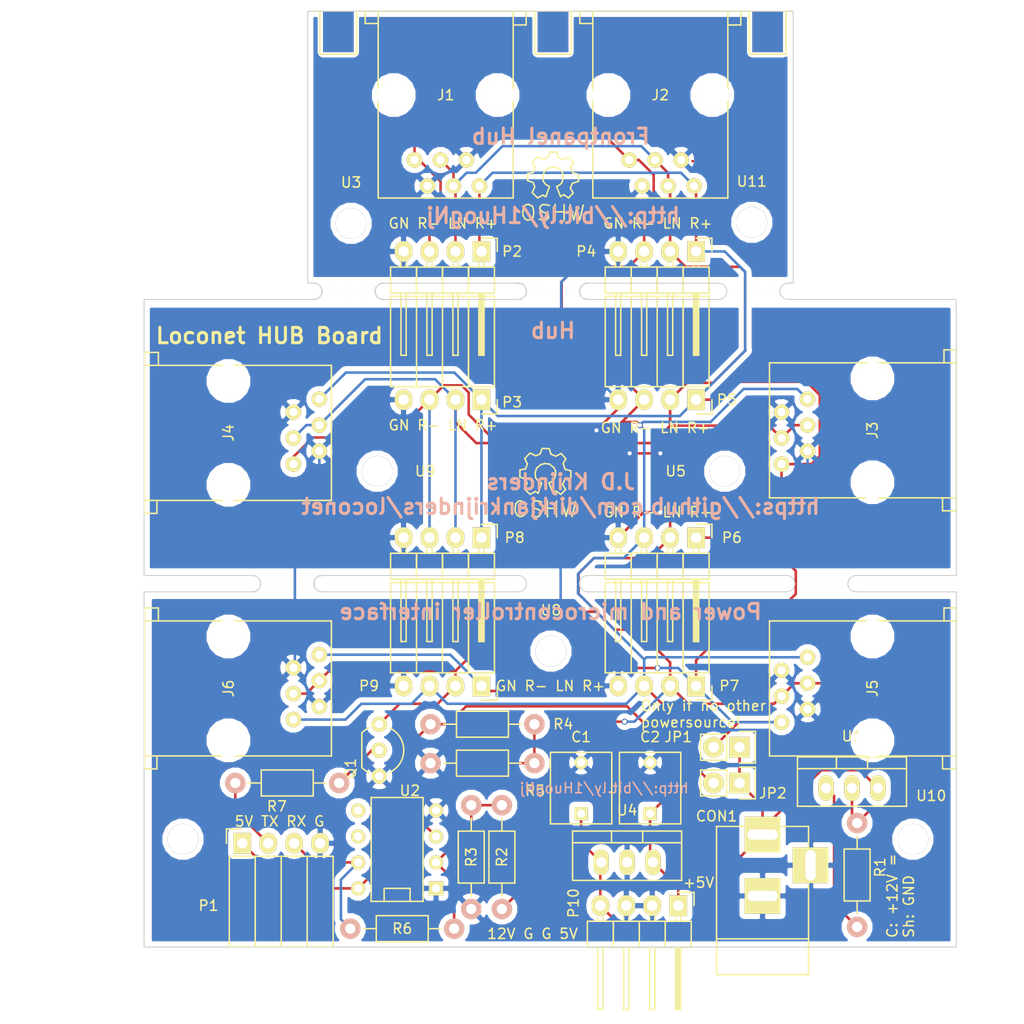
<source format=kicad_pcb>
(kicad_pcb (version 4) (host pcbnew "(2015-05-08 BZR 5647)-product")
  (layers (0 F.Cu signal) (31 B.Cu signal) (34 B.Paste user) (35 F.Paste user) (36 B.SilkS user) (37 F.SilkS user) (38 B.Mask user) (39 F.Mask user) (44 Edge.Cuts user))
  (net 0 "")
  (net 1 Loconet)
  (net 2 GND)
  (net 3 Railsync-)
  (net 4 Railsync+)
  (net 5 +5V)
  (net 6 Loconet_TX)
  (net 7 Loconet_RX)
  (net 8 "Net-(Q1-Pad2)")
  (net 9 "Net-(R2-Pad2)")
  (net 10 "Net-(R4-Pad2)")
  (net 11 "Net-(U2-Pad5)")
  (net 12 "Net-(U2-Pad6)")
  (net 13 +12V)
  (net 14 "Net-(R1-Pad2)")
  (module Housings_TO-92:TO-92_Inline_Wide (layer F.Cu) (at 137 130.75 270)
    (fp_text reference Q1 (at 4.318 2.794 450) (layer F.SilkS))
    (fp_text value BC547)
    (pad 2 thru_hole circle (at 2.54 0) (size 1.524 1.524) (drill 0.8) (layers *.Cu *.Mask F.SilkS) (net 8 "Net-(Q1-Pad2)"))
    (pad 3 thru_hole circle (at 5.08 0) (size 1.524 1.524) (drill 0.8) (layers *.Cu *.Mask F.SilkS) (net 2 GND))
    (pad 1 thru_hole circle (at 0 0) (size 1.524 1.524) (drill 0.8) (layers *.Cu *.Mask F.SilkS) (net 1 Loconet))
  )
  (module Socket_Strips:Socket_Strip_Angled_1x04 (layer F.Cu) (at 123.6 142.4)
    (fp_text reference P1 (at -3.302 6.096) (layer F.SilkS))
    (fp_text value CONN_01X04 hide)
    (pad 1 thru_hole rect (at 0 0) (size 1.7272 2.032) (drill 1.016) (layers *.Cu *.Mask F.SilkS) (net 5 +5V))
    (pad 2 thru_hole oval (at 2.54 0) (size 1.7272 2.032) (drill 1.016) (layers *.Cu *.Mask F.SilkS) (net 6 Loconet_TX))
    (pad 3 thru_hole oval (at 5.08 0) (size 1.7272 2.032) (drill 1.016) (layers *.Cu *.Mask F.SilkS) (net 7 Loconet_RX))
    (pad 4 thru_hole oval (at 7.62 0) (size 1.7272 2.032) (drill 1.016) (layers *.Cu *.Mask F.SilkS) (net 2 GND))
  )
  (module Housings_DIP:DIP-8__300 (layer F.Cu) (at 138.75 143 90)
    (fp_text reference U2 (at 5.75 1.25 180) (layer F.SilkS))
    (fp_text value LM311N)
    (pad 1 thru_hole rect (at -3.81 3.81 90) (size 1.397 1.397) (drill 0.8128) (layers *.Cu *.Mask F.SilkS) (net 2 GND))
    (pad 2 thru_hole circle (at -1.27 3.81 90) (size 1.397 1.397) (drill 0.8128) (layers *.Cu *.Mask F.SilkS) (net 9 "Net-(R2-Pad2)"))
    (pad 3 thru_hole circle (at 1.27 3.81 90) (size 1.397 1.397) (drill 0.8128) (layers *.Cu *.Mask F.SilkS) (net 10 "Net-(R4-Pad2)"))
    (pad 4 thru_hole circle (at 3.81 3.81 90) (size 1.397 1.397) (drill 0.8128) (layers *.Cu *.Mask F.SilkS) (net 2 GND))
    (pad 5 thru_hole circle (at 3.81 -3.81 90) (size 1.397 1.397) (drill 0.8128) (layers *.Cu *.Mask F.SilkS) (net 11 "Net-(U2-Pad5)"))
    (pad 6 thru_hole circle (at 1.27 -3.81 90) (size 1.397 1.397) (drill 0.8128) (layers *.Cu *.Mask F.SilkS) (net 12 "Net-(U2-Pad6)"))
    (pad 7 thru_hole circle (at -1.27 -3.81 90) (size 1.397 1.397) (drill 0.8128) (layers *.Cu *.Mask F.SilkS) (net 7 Loconet_RX))
    (pad 8 thru_hole circle (at -3.81 -3.81 90) (size 1.397 1.397) (drill 0.8128) (layers *.Cu *.Mask F.SilkS) (net 5 +5V))
  )
  (module Connectors:RJ12_horizontal (layer F.Cu) (at 164.5 69.2 180)
    (fp_text reference J2 (at 0 0 180) (layer F.SilkS))
    (fp_text value RJ12)
    (pad 3 thru_hole circle (at -0.762 -8.89 180) (size 1.524 1.524) (drill 0.8128) (layers *.Cu *.Mask F.SilkS) (net 1 Loconet))
    (pad 1 thru_hole circle (at -3.302 -8.89 180) (size 1.524 1.524) (drill 0.8128) (layers *.Cu *.Mask F.SilkS) (net 4 Railsync+))
    (pad 5 thru_hole circle (at 1.778 -8.89 180) (size 1.524 1.524) (drill 0.8128) (layers *.Cu *.Mask F.SilkS) (net 2 GND))
    (pad 2 thru_hole circle (at -2.032 -6.35 180) (size 1.524 1.524) (drill 0.8128) (layers *.Cu *.Mask F.SilkS) (net 2 GND))
    (pad 4 thru_hole circle (at 0.508 -6.35 180) (size 1.524 1.524) (drill 0.8128) (layers *.Cu *.Mask F.SilkS) (net 1 Loconet))
    (pad 6 thru_hole circle (at 3.048 -6.35 180) (size 1.524 1.524) (drill 0.8128) (layers *.Cu *.Mask F.SilkS) (net 3 Railsync-))
    (pad "" np_thru_hole circle (at 5.08 0 180) (size 3.25 3.25) (drill 3.25) (layers *.Cu *.Mask F.SilkS))
    (pad "" np_thru_hole circle (at -5.08 0 180) (size 3.25 3.25) (drill 3.25) (layers *.Cu *.Mask F.SilkS))
  )
  (module Connectors:RJ12_horizontal (layer F.Cu) (at 143.5 69.2 180)
    (fp_text reference J1 (at 0 0 180) (layer F.SilkS))
    (fp_text value RJ12)
    (pad 3 thru_hole circle (at -0.762 -8.89 180) (size 1.524 1.524) (drill 0.8128) (layers *.Cu *.Mask F.SilkS) (net 1 Loconet))
    (pad 1 thru_hole circle (at -3.302 -8.89 180) (size 1.524 1.524) (drill 0.8128) (layers *.Cu *.Mask F.SilkS) (net 4 Railsync+))
    (pad 5 thru_hole circle (at 1.778 -8.89 180) (size 1.524 1.524) (drill 0.8128) (layers *.Cu *.Mask F.SilkS) (net 2 GND))
    (pad 2 thru_hole circle (at -2.032 -6.35 180) (size 1.524 1.524) (drill 0.8128) (layers *.Cu *.Mask F.SilkS) (net 2 GND))
    (pad 4 thru_hole circle (at 0.508 -6.35 180) (size 1.524 1.524) (drill 0.8128) (layers *.Cu *.Mask F.SilkS) (net 1 Loconet))
    (pad 6 thru_hole circle (at 3.048 -6.35 180) (size 1.524 1.524) (drill 0.8128) (layers *.Cu *.Mask F.SilkS) (net 3 Railsync-))
    (pad "" np_thru_hole circle (at 5.08 0 180) (size 3.25 3.25) (drill 3.25) (layers *.Cu *.Mask F.SilkS))
    (pad "" np_thru_hole circle (at -5.08 0 180) (size 3.25 3.25) (drill 3.25) (layers *.Cu *.Mask F.SilkS))
  )
  (module Connectors:RJ12_horizontal (layer F.Cu) (at 185.25 102 90)
    (fp_text reference J3 (at 0 0 90) (layer F.SilkS))
    (fp_text value RJ12)
    (pad 3 thru_hole circle (at -0.762 -8.89 90) (size 1.524 1.524) (drill 0.8128) (layers *.Cu *.Mask F.SilkS) (net 1 Loconet))
    (pad 1 thru_hole circle (at -3.302 -8.89 90) (size 1.524 1.524) (drill 0.8128) (layers *.Cu *.Mask F.SilkS) (net 4 Railsync+))
    (pad 5 thru_hole circle (at 1.778 -8.89 90) (size 1.524 1.524) (drill 0.8128) (layers *.Cu *.Mask F.SilkS) (net 2 GND))
    (pad 2 thru_hole circle (at -2.032 -6.35 90) (size 1.524 1.524) (drill 0.8128) (layers *.Cu *.Mask F.SilkS) (net 2 GND))
    (pad 4 thru_hole circle (at 0.508 -6.35 90) (size 1.524 1.524) (drill 0.8128) (layers *.Cu *.Mask F.SilkS) (net 1 Loconet))
    (pad 6 thru_hole circle (at 3.048 -6.35 90) (size 1.524 1.524) (drill 0.8128) (layers *.Cu *.Mask F.SilkS) (net 3 Railsync-))
    (pad "" np_thru_hole circle (at 5.08 0 90) (size 3.25 3.25) (drill 3.25) (layers *.Cu *.Mask F.SilkS))
    (pad "" np_thru_hole circle (at -5.08 0 90) (size 3.25 3.25) (drill 3.25) (layers *.Cu *.Mask F.SilkS))
  )
  (module Connectors:RJ12_horizontal (layer F.Cu) (at 122.25 102.25 270)
    (fp_text reference J4 (at 0 0 270) (layer F.SilkS))
    (fp_text value RJ12)
    (pad 3 thru_hole circle (at -0.762 -8.89 270) (size 1.524 1.524) (drill 0.8128) (layers *.Cu *.Mask F.SilkS) (net 1 Loconet))
    (pad 1 thru_hole circle (at -3.302 -8.89 270) (size 1.524 1.524) (drill 0.8128) (layers *.Cu *.Mask F.SilkS) (net 4 Railsync+))
    (pad 5 thru_hole circle (at 1.778 -8.89 270) (size 1.524 1.524) (drill 0.8128) (layers *.Cu *.Mask F.SilkS) (net 2 GND))
    (pad 2 thru_hole circle (at -2.032 -6.35 270) (size 1.524 1.524) (drill 0.8128) (layers *.Cu *.Mask F.SilkS) (net 2 GND))
    (pad 4 thru_hole circle (at 0.508 -6.35 270) (size 1.524 1.524) (drill 0.8128) (layers *.Cu *.Mask F.SilkS) (net 1 Loconet))
    (pad 6 thru_hole circle (at 3.048 -6.35 270) (size 1.524 1.524) (drill 0.8128) (layers *.Cu *.Mask F.SilkS) (net 3 Railsync-))
    (pad "" np_thru_hole circle (at 5.08 0 270) (size 3.25 3.25) (drill 3.25) (layers *.Cu *.Mask F.SilkS))
    (pad "" np_thru_hole circle (at -5.08 0 270) (size 3.25 3.25) (drill 3.25) (layers *.Cu *.Mask F.SilkS))
  )
  (module Resistors_ThroughHole:Resistor_Horizontal_RM10mm (layer F.Cu) (at 149 143.75 90)
    (fp_text reference R2 (at 0 0 90) (layer F.SilkS))
    (fp_text value 47k)
    (pad 1 thru_hole circle (at -5.08 0 90) (size 1.99898 1.99898) (drill 1.00076) (layers *.Cu *.SilkS *.Mask) (net 1 Loconet))
    (pad 2 thru_hole circle (at 5.08 0 90) (size 1.99898 1.99898) (drill 1.00076) (layers *.Cu *.SilkS *.Mask) (net 9 "Net-(R2-Pad2)"))
  )
  (module Resistors_ThroughHole:Resistor_Horizontal_RM10mm (layer F.Cu) (at 146 143.75 270)
    (fp_text reference R3 (at 0 0 270) (layer F.SilkS))
    (fp_text value 150k)
    (pad 1 thru_hole circle (at -5.08 0 270) (size 1.99898 1.99898) (drill 1.00076) (layers *.Cu *.SilkS *.Mask) (net 9 "Net-(R2-Pad2)"))
    (pad 2 thru_hole circle (at 5.08 0 270) (size 1.99898 1.99898) (drill 1.00076) (layers *.Cu *.SilkS *.Mask) (net 2 GND))
  )
  (module Resistors_ThroughHole:Resistor_Horizontal_RM10mm (layer F.Cu) (at 147.098 130.75)
    (fp_text reference R4 (at 7.902 0) (layer F.SilkS))
    (fp_text value 10k)
    (pad 1 thru_hole circle (at -5.08 0) (size 1.99898 1.99898) (drill 1.00076) (layers *.Cu *.SilkS *.Mask) (net 5 +5V))
    (pad 2 thru_hole circle (at 5.08 0) (size 1.99898 1.99898) (drill 1.00076) (layers *.Cu *.SilkS *.Mask) (net 10 "Net-(R4-Pad2)"))
  )
  (module Resistors_ThroughHole:Resistor_Horizontal_RM10mm (layer F.Cu) (at 147.098 134.56 180)
    (fp_text reference R5 (at -5.152 -2.69 180) (layer F.SilkS))
    (fp_text value 22k)
    (pad 1 thru_hole circle (at -5.08 0 180) (size 1.99898 1.99898) (drill 1.00076) (layers *.Cu *.SilkS *.Mask) (net 10 "Net-(R4-Pad2)"))
    (pad 2 thru_hole circle (at 5.08 0 180) (size 1.99898 1.99898) (drill 1.00076) (layers *.Cu *.SilkS *.Mask) (net 2 GND))
  )
  (module Resistors_ThroughHole:Resistor_Horizontal_RM10mm (layer F.Cu) (at 139.25 150.75)
    (fp_text reference R6 (at 0 0) (layer F.SilkS))
    (fp_text value 220k)
    (pad 1 thru_hole circle (at -5.08 0) (size 1.99898 1.99898) (drill 1.00076) (layers *.Cu *.SilkS *.Mask) (net 7 Loconet_RX))
    (pad 2 thru_hole circle (at 5.08 0) (size 1.99898 1.99898) (drill 1.00076) (layers *.Cu *.SilkS *.Mask) (net 9 "Net-(R2-Pad2)"))
  )
  (module Resistors_ThroughHole:Resistor_Horizontal_RM10mm (layer F.Cu) (at 128 136.5)
    (fp_text reference R7 (at -1.016 2.286) (layer F.SilkS))
    (fp_text value 4k7)
    (pad 1 thru_hole circle (at -5.08 0) (size 1.99898 1.99898) (drill 1.00076) (layers *.Cu *.SilkS *.Mask) (net 6 Loconet_TX))
    (pad 2 thru_hole circle (at 5.08 0) (size 1.99898 1.99898) (drill 1.00076) (layers *.Cu *.SilkS *.Mask) (net 8 "Net-(Q1-Pad2)"))
  )
  (module Connectors:RJ12_horizontal (layer F.Cu) (at 185.25 127.25 90)
    (fp_text reference J5 (at 0 0 90) (layer F.SilkS))
    (fp_text value RJ12)
    (pad 3 thru_hole circle (at -0.762 -8.89 90) (size 1.524 1.524) (drill 0.8128) (layers *.Cu *.Mask F.SilkS) (net 1 Loconet))
    (pad 1 thru_hole circle (at -3.302 -8.89 90) (size 1.524 1.524) (drill 0.8128) (layers *.Cu *.Mask F.SilkS) (net 4 Railsync+))
    (pad 5 thru_hole circle (at 1.778 -8.89 90) (size 1.524 1.524) (drill 0.8128) (layers *.Cu *.Mask F.SilkS) (net 2 GND))
    (pad 2 thru_hole circle (at -2.032 -6.35 90) (size 1.524 1.524) (drill 0.8128) (layers *.Cu *.Mask F.SilkS) (net 2 GND))
    (pad 4 thru_hole circle (at 0.508 -6.35 90) (size 1.524 1.524) (drill 0.8128) (layers *.Cu *.Mask F.SilkS) (net 1 Loconet))
    (pad 6 thru_hole circle (at 3.048 -6.35 90) (size 1.524 1.524) (drill 0.8128) (layers *.Cu *.Mask F.SilkS) (net 3 Railsync-))
    (pad "" np_thru_hole circle (at 5.08 0 90) (size 3.25 3.25) (drill 3.25) (layers *.Cu *.Mask F.SilkS))
    (pad "" np_thru_hole circle (at -5.08 0 90) (size 3.25 3.25) (drill 3.25) (layers *.Cu *.Mask F.SilkS))
  )
  (module Connectors:RJ12_horizontal (layer F.Cu) (at 122.25 127.25 270)
    (fp_text reference J6 (at 0 0 270) (layer F.SilkS))
    (fp_text value RJ12)
    (pad 3 thru_hole circle (at -0.762 -8.89 270) (size 1.524 1.524) (drill 0.8128) (layers *.Cu *.Mask F.SilkS) (net 1 Loconet))
    (pad 1 thru_hole circle (at -3.302 -8.89 270) (size 1.524 1.524) (drill 0.8128) (layers *.Cu *.Mask F.SilkS) (net 4 Railsync+))
    (pad 5 thru_hole circle (at 1.778 -8.89 270) (size 1.524 1.524) (drill 0.8128) (layers *.Cu *.Mask F.SilkS) (net 2 GND))
    (pad 2 thru_hole circle (at -2.032 -6.35 270) (size 1.524 1.524) (drill 0.8128) (layers *.Cu *.Mask F.SilkS) (net 2 GND))
    (pad 4 thru_hole circle (at 0.508 -6.35 270) (size 1.524 1.524) (drill 0.8128) (layers *.Cu *.Mask F.SilkS) (net 1 Loconet))
    (pad 6 thru_hole circle (at 3.048 -6.35 270) (size 1.524 1.524) (drill 0.8128) (layers *.Cu *.Mask F.SilkS) (net 3 Railsync-))
    (pad "" np_thru_hole circle (at 5.08 0 270) (size 3.25 3.25) (drill 3.25) (layers *.Cu *.Mask F.SilkS))
    (pad "" np_thru_hole circle (at -5.08 0 270) (size 3.25 3.25) (drill 3.25) (layers *.Cu *.Mask F.SilkS))
  )
  (module Mounting_Holes:MountingHole_3mm (layer F.Cu) (at 134.25 81.75)
    (fp_text reference U3 (at 0 -4.0005) (layer F.SilkS))
    (fp_text value M3_Mounting_hole hide)
    (pad 1 thru_hole circle (at 0 0) (size 3 3) (drill 3) (layers))
  )
  (module Mounting_Holes:MountingHole_3mm (layer F.Cu) (at 170.8 106)
    (fp_text reference U5 (at -4.8 0) (layer F.SilkS))
    (fp_text value M3_Mounting_hole hide)
    (pad 1 thru_hole circle (at 0 0) (size 3 3) (drill 3) (layers))
  )
  (module Mounting_Holes:MountingHole_3mm (layer F.Cu) (at 153.8 123.6)
    (fp_text reference U8 (at 0 -4.0005) (layer F.SilkS))
    (fp_text value M3_Mounting_hole hide)
    (pad 1 thru_hole circle (at 0 0) (size 3 3) (drill 3) (layers))
  )
  (module Mounting_Holes:MountingHole_3mm (layer F.Cu) (at 136.8 106)
    (fp_text reference U9 (at 4.7 0) (layer F.SilkS))
    (fp_text value M3_Mounting_hole hide)
    (pad 1 thru_hole circle (at 0 0) (size 3 3) (drill 3) (layers))
  )
  (module Mounting_Holes:MountingHole_3mm (layer F.Cu) (at 189.2 142)
    (fp_text reference U10 (at 1.8 -4.25) (layer F.SilkS))
    (fp_text value M3_Mounting_hole hide)
    (pad 1 thru_hole circle (at 0 0) (size 3 3) (drill 3) (layers))
  )
  (module Mounting_Holes:MountingHole_3mm (layer F.Cu) (at 173.45 81.65)
    (fp_text reference U11 (at 0 -4.0005) (layer F.SilkS))
    (fp_text value M3_Mounting_hole hide)
    (pad 1 thru_hole circle (at 0 0) (size 3 3) (drill 3) (layers))
  )
  (module Connectors:Solder_board_connect_3x3 (layer F.Cu) (at 154 61)
    (fp_text reference REF** hide)
    (fp_text value Solder_board_connect_3x3 hide)
    (pad 1 smd rect (at 0 2) (size 3 4) (layers B.Cu B.Paste B.Mask))
    (pad 2 smd rect (at 0 2) (size 3 4) (layers F.Cu F.Paste F.Mask))
  )
  (module Connectors:Solder_board_connect_3x3 (layer F.Cu) (at 133 61)
    (fp_text reference REF** hide)
    (fp_text value Solder_board_connect_3x3 hide)
    (pad 1 smd rect (at 0 2) (size 3 4) (layers B.Cu B.Paste B.Mask))
    (pad 2 smd rect (at 0 2) (size 3 4) (layers F.Cu F.Paste F.Mask))
  )
  (module Connectors:Solder_board_connect_3x3 (layer F.Cu) (at 175 61)
    (fp_text reference REF** hide)
    (fp_text value Solder_board_connect_3x3 hide)
    (pad 1 smd rect (at 0 2) (size 3 4) (layers B.Cu B.Paste B.Mask))
    (pad 2 smd rect (at 0 2) (size 3 4) (layers F.Cu F.Paste F.Mask))
  )
  (module Pin_Headers:Pin_Header_Angled_1x04 (layer F.Cu) (at 147 84.5 270)
    (fp_text reference P2 (at 0 -3 360) (layer F.SilkS))
    (fp_text value CONN_01X04 hide)
    (pad 1 thru_hole rect (at 0 0 270) (size 2.032 1.7272) (drill 1.016) (layers *.Cu *.Mask F.SilkS) (net 4 Railsync+))
    (pad 2 thru_hole oval (at 0 2.54 270) (size 2.032 1.7272) (drill 1.016) (layers *.Cu *.Mask F.SilkS) (net 1 Loconet))
    (pad 3 thru_hole oval (at 0 5.08 270) (size 2.032 1.7272) (drill 1.016) (layers *.Cu *.Mask F.SilkS) (net 3 Railsync-))
    (pad 4 thru_hole oval (at 0 7.62 270) (size 2.032 1.7272) (drill 1.016) (layers *.Cu *.Mask F.SilkS) (net 2 GND))
  )
  (module Socket_Strips:Socket_Strip_Angled_1x04 (layer F.Cu) (at 147 99 180)
    (fp_text reference P3 (at -3 -0.25 180) (layer F.SilkS))
    (fp_text value CONN_01X04 hide)
    (pad 1 thru_hole rect (at 0 0 180) (size 1.7272 2.032) (drill 1.016) (layers *.Cu *.Mask F.SilkS) (net 4 Railsync+))
    (pad 2 thru_hole oval (at 2.54 0 180) (size 1.7272 2.032) (drill 1.016) (layers *.Cu *.Mask F.SilkS) (net 1 Loconet))
    (pad 3 thru_hole oval (at 5.08 0 180) (size 1.7272 2.032) (drill 1.016) (layers *.Cu *.Mask F.SilkS) (net 3 Railsync-))
    (pad 4 thru_hole oval (at 7.62 0 180) (size 1.7272 2.032) (drill 1.016) (layers *.Cu *.Mask F.SilkS) (net 2 GND))
  )
  (module Pin_Headers:Pin_Header_Angled_1x04 (layer F.Cu) (at 168 84.5 270)
    (fp_text reference P4 (at 0 10.75 360) (layer F.SilkS))
    (fp_text value CONN_01X04 hide)
    (pad 1 thru_hole rect (at 0 0 270) (size 2.032 1.7272) (drill 1.016) (layers *.Cu *.Mask F.SilkS) (net 4 Railsync+))
    (pad 2 thru_hole oval (at 0 2.54 270) (size 2.032 1.7272) (drill 1.016) (layers *.Cu *.Mask F.SilkS) (net 1 Loconet))
    (pad 3 thru_hole oval (at 0 5.08 270) (size 2.032 1.7272) (drill 1.016) (layers *.Cu *.Mask F.SilkS) (net 3 Railsync-))
    (pad 4 thru_hole oval (at 0 7.62 270) (size 2.032 1.7272) (drill 1.016) (layers *.Cu *.Mask F.SilkS) (net 2 GND))
  )
  (module Socket_Strips:Socket_Strip_Angled_1x04 (layer F.Cu) (at 168 99 180)
    (fp_text reference P5 (at -3 0 180) (layer F.SilkS))
    (fp_text value CONN_01X04 hide)
    (pad 1 thru_hole rect (at 0 0 180) (size 1.7272 2.032) (drill 1.016) (layers *.Cu *.Mask F.SilkS) (net 4 Railsync+))
    (pad 2 thru_hole oval (at 2.54 0 180) (size 1.7272 2.032) (drill 1.016) (layers *.Cu *.Mask F.SilkS) (net 1 Loconet))
    (pad 3 thru_hole oval (at 5.08 0 180) (size 1.7272 2.032) (drill 1.016) (layers *.Cu *.Mask F.SilkS) (net 3 Railsync-))
    (pad 4 thru_hole oval (at 7.62 0 180) (size 1.7272 2.032) (drill 1.016) (layers *.Cu *.Mask F.SilkS) (net 2 GND))
  )
  (module Other:Mousebite (layer F.Cu) (at 154 88.4)
    (fp_text reference REF** hide)
    (fp_text value Mousebite hide)
    (fp_arc (start -3.4 0) (end -3.4 -0.8) (angle 90) (layer Edge.Cuts) (width 0.15))
    (fp_arc (start -3.4 0) (end -2.6 0) (angle 90) (layer Edge.Cuts) (width 0.15))
    (fp_arc (start 3.4 0) (end 3.4 0.8) (angle 90) (layer Edge.Cuts) (width 0.15))
    (fp_arc (start 3.4 0) (end 2.6 0) (angle 90) (layer Edge.Cuts) (width 0.15))
    (pad "" np_thru_hole circle (at -1.6 0) (size 1 1) (drill 1) (layers *.Cu *.Mask F.SilkS))
    (pad "" np_thru_hole circle (at 0 0) (size 1 1) (drill 1) (layers *.Cu *.Mask F.SilkS))
    (pad "" np_thru_hole circle (at 1.6 0) (size 1 1) (drill 1) (layers *.Cu *.Mask F.SilkS))
  )
  (module Other:Mousebite (layer F.Cu) (at 134 88.4)
    (fp_text reference REF** hide)
    (fp_text value Mousebite hide)
    (fp_arc (start -3.4 0) (end -3.4 -0.8) (angle 90) (layer Edge.Cuts) (width 0.15))
    (fp_arc (start -3.4 0) (end -2.6 0) (angle 90) (layer Edge.Cuts) (width 0.15))
    (fp_arc (start 3.4 0) (end 3.4 0.8) (angle 90) (layer Edge.Cuts) (width 0.15))
    (fp_arc (start 3.4 0) (end 2.6 0) (angle 90) (layer Edge.Cuts) (width 0.15))
    (pad "" np_thru_hole circle (at -1.6 0) (size 1 1) (drill 1) (layers *.Cu *.Mask F.SilkS))
    (pad "" np_thru_hole circle (at 0 0) (size 1 1) (drill 1) (layers *.Cu *.Mask F.SilkS))
    (pad "" np_thru_hole circle (at 1.6 0) (size 1 1) (drill 1) (layers *.Cu *.Mask F.SilkS))
  )
  (module Pin_Headers:Pin_Header_Angled_1x04 (layer F.Cu) (at 168 112.5 270)
    (fp_text reference P6 (at 0 -3.5 360) (layer F.SilkS))
    (fp_text value CONN_01X04 hide)
    (pad 1 thru_hole rect (at 0 0 270) (size 2.032 1.7272) (drill 1.016) (layers *.Cu *.Mask F.SilkS) (net 4 Railsync+))
    (pad 2 thru_hole oval (at 0 2.54 270) (size 2.032 1.7272) (drill 1.016) (layers *.Cu *.Mask F.SilkS) (net 1 Loconet))
    (pad 3 thru_hole oval (at 0 5.08 270) (size 2.032 1.7272) (drill 1.016) (layers *.Cu *.Mask F.SilkS) (net 3 Railsync-))
    (pad 4 thru_hole oval (at 0 7.62 270) (size 2.032 1.7272) (drill 1.016) (layers *.Cu *.Mask F.SilkS) (net 2 GND))
  )
  (module Socket_Strips:Socket_Strip_Angled_1x04 (layer F.Cu) (at 168 127 180)
    (fp_text reference P7 (at -3.25 0 180) (layer F.SilkS))
    (fp_text value CONN_01X04 hide)
    (pad 1 thru_hole rect (at 0 0 180) (size 1.7272 2.032) (drill 1.016) (layers *.Cu *.Mask F.SilkS) (net 4 Railsync+))
    (pad 2 thru_hole oval (at 2.54 0 180) (size 1.7272 2.032) (drill 1.016) (layers *.Cu *.Mask F.SilkS) (net 1 Loconet))
    (pad 3 thru_hole oval (at 5.08 0 180) (size 1.7272 2.032) (drill 1.016) (layers *.Cu *.Mask F.SilkS) (net 3 Railsync-))
    (pad 4 thru_hole oval (at 7.62 0 180) (size 1.7272 2.032) (drill 1.016) (layers *.Cu *.Mask F.SilkS) (net 2 GND))
  )
  (module Pin_Headers:Pin_Header_Angled_1x04 (layer F.Cu) (at 147 112.5 270)
    (fp_text reference P8 (at 0 -3.25 360) (layer F.SilkS))
    (fp_text value CONN_01X04 hide)
    (pad 1 thru_hole rect (at 0 0 270) (size 2.032 1.7272) (drill 1.016) (layers *.Cu *.Mask F.SilkS) (net 4 Railsync+))
    (pad 2 thru_hole oval (at 0 2.54 270) (size 2.032 1.7272) (drill 1.016) (layers *.Cu *.Mask F.SilkS) (net 1 Loconet))
    (pad 3 thru_hole oval (at 0 5.08 270) (size 2.032 1.7272) (drill 1.016) (layers *.Cu *.Mask F.SilkS) (net 3 Railsync-))
    (pad 4 thru_hole oval (at 0 7.62 270) (size 2.032 1.7272) (drill 1.016) (layers *.Cu *.Mask F.SilkS) (net 2 GND))
  )
  (module Socket_Strips:Socket_Strip_Angled_1x04 (layer F.Cu) (at 147 127 180)
    (fp_text reference P9 (at 11 0 180) (layer F.SilkS))
    (fp_text value CONN_01X04 hide)
    (pad 1 thru_hole rect (at 0 0 180) (size 1.7272 2.032) (drill 1.016) (layers *.Cu *.Mask F.SilkS) (net 4 Railsync+))
    (pad 2 thru_hole oval (at 2.54 0 180) (size 1.7272 2.032) (drill 1.016) (layers *.Cu *.Mask F.SilkS) (net 1 Loconet))
    (pad 3 thru_hole oval (at 5.08 0 180) (size 1.7272 2.032) (drill 1.016) (layers *.Cu *.Mask F.SilkS) (net 3 Railsync-))
    (pad 4 thru_hole oval (at 7.62 0 180) (size 1.7272 2.032) (drill 1.016) (layers *.Cu *.Mask F.SilkS) (net 2 GND))
  )
  (module Other:Mousebite (layer F.Cu) (at 128 117)
    (fp_text reference REF** hide)
    (fp_text value Mousebite hide)
    (fp_arc (start -3.4 0) (end -3.4 -0.8) (angle 90) (layer Edge.Cuts) (width 0.15))
    (fp_arc (start -3.4 0) (end -2.6 0) (angle 90) (layer Edge.Cuts) (width 0.15))
    (fp_arc (start 3.4 0) (end 3.4 0.8) (angle 90) (layer Edge.Cuts) (width 0.15))
    (fp_arc (start 3.4 0) (end 2.6 0) (angle 90) (layer Edge.Cuts) (width 0.15))
    (pad "" np_thru_hole circle (at -1.6 0) (size 1 1) (drill 1) (layers *.Cu *.Mask F.SilkS))
    (pad "" np_thru_hole circle (at 0 0) (size 1 1) (drill 1) (layers *.Cu *.Mask F.SilkS))
    (pad "" np_thru_hole circle (at 1.6 0) (size 1 1) (drill 1) (layers *.Cu *.Mask F.SilkS))
  )
  (module Other:Mousebite (layer F.Cu) (at 173.6 88.4)
    (fp_text reference REF** hide)
    (fp_text value Mousebite hide)
    (fp_arc (start -3.4 0) (end -3.4 -0.8) (angle 90) (layer Edge.Cuts) (width 0.1))
    (fp_arc (start -3.4 0) (end -2.6 0) (angle 90) (layer Edge.Cuts) (width 0.1))
    (fp_arc (start 3.4 0) (end 3.4 0.8) (angle 90) (layer Edge.Cuts) (width 0.1))
    (fp_arc (start 3.4 0) (end 2.6 0) (angle 90) (layer Edge.Cuts) (width 0.1))
    (pad "" np_thru_hole circle (at -1.6 0) (size 1 1) (drill 1) (layers *.Cu *.Mask F.SilkS))
    (pad "" np_thru_hole circle (at 0 0) (size 1 1) (drill 1) (layers *.Cu *.Mask F.SilkS))
    (pad "" np_thru_hole circle (at 1.6 0) (size 1 1) (drill 1) (layers *.Cu *.Mask F.SilkS))
  )
  (module Other:Mousebite (layer F.Cu) (at 154 117)
    (fp_text reference REF** hide)
    (fp_text value Mousebite hide)
    (fp_arc (start -3.4 0) (end -3.4 -0.8) (angle 90) (layer Edge.Cuts) (width 0.1))
    (fp_arc (start -3.4 0) (end -2.6 0) (angle 90) (layer Edge.Cuts) (width 0.1))
    (fp_arc (start 3.4 0) (end 3.4 0.8) (angle 90) (layer Edge.Cuts) (width 0.1))
    (fp_arc (start 3.4 0) (end 2.6 0) (angle 90) (layer Edge.Cuts) (width 0.1))
    (pad "" np_thru_hole circle (at -1.6 0) (size 1 1) (drill 1) (layers *.Cu *.Mask F.SilkS))
    (pad "" np_thru_hole circle (at 0 0) (size 1 1) (drill 1) (layers *.Cu *.Mask F.SilkS))
    (pad "" np_thru_hole circle (at 1.6 0) (size 1 1) (drill 1) (layers *.Cu *.Mask F.SilkS))
  )
  (module Other:Mousebite (layer F.Cu) (at 180.25 117)
    (fp_text reference REF** hide)
    (fp_text value Mousebite hide)
    (fp_arc (start -3.4 0) (end -3.4 -0.8) (angle 90) (layer Edge.Cuts) (width 0.1))
    (fp_arc (start -3.4 0) (end -2.6 0) (angle 90) (layer Edge.Cuts) (width 0.1))
    (fp_arc (start 3.4 0) (end 3.4 0.8) (angle 90) (layer Edge.Cuts) (width 0.1))
    (fp_arc (start 3.4 0) (end 2.6 0) (angle 90) (layer Edge.Cuts) (width 0.1))
    (pad "" np_thru_hole circle (at -1.6 0) (size 1 1) (drill 1) (layers *.Cu *.Mask F.SilkS))
    (pad "" np_thru_hole circle (at 0 0) (size 1 1) (drill 1) (layers *.Cu *.Mask F.SilkS))
    (pad "" np_thru_hole circle (at 1.6 0) (size 1 1) (drill 1) (layers *.Cu *.Mask F.SilkS))
  )
  (module Mounting_Holes:MountingHole_3mm (layer F.Cu) (at 117.8 142)
    (fp_text reference REF** hide)
    (fp_text value MountingHole_3mm hide)
    (pad 1 thru_hole circle (at 0 0) (size 3 3) (drill 3) (layers))
  )
  (module Capacitors_ThroughHole:C_Rect_L7_W6_P5 (layer F.Cu) (at 156.75 139.5 90)
    (fp_text reference C1 (at 7.5 0 180) (layer F.SilkS))
    (fp_text value C)
    (pad 1 thru_hole rect (at 0 0 90) (size 1.3 1.3) (drill 0.8) (layers *.Cu *.Mask F.SilkS) (net 13 +12V))
    (pad 2 thru_hole circle (at 5 0 90) (size 1.3 1.3) (drill 0.8) (layers *.Cu *.Mask F.SilkS) (net 2 GND))
  )
  (module Capacitors_ThroughHole:C_Rect_L7_W6_P5 (layer F.Cu) (at 163.5 139.5 90)
    (fp_text reference C2 (at 7.5 0 180) (layer F.SilkS))
    (fp_text value C)
    (pad 1 thru_hole rect (at 0 0 90) (size 1.3 1.3) (drill 0.8) (layers *.Cu *.Mask F.SilkS) (net 5 +5V))
    (pad 2 thru_hole circle (at 5 0 90) (size 1.3 1.3) (drill 0.8) (layers *.Cu *.Mask F.SilkS) (net 2 GND))
  )
  (module Connect:BARREL_JACK (layer F.Cu) (at 174.5 147.75 90)
    (fp_text reference CON1 (at 8 -4.5 180) (layer F.SilkS))
    (fp_text value BARREL_JACK hide)
    (pad 1 thru_hole rect (at 6.20014 0 90) (size 3.50012 3.50012) (drill oval 1.00076 2.99974) (layers *.Cu *.Mask F.SilkS) (net 13 +12V))
    (pad 2 thru_hole rect (at 0.20066 0 90) (size 3.50012 3.50012) (drill oval 1.00076 2.99974) (layers *.Cu *.Mask F.SilkS) (net 2 GND))
    (pad 3 thru_hole rect (at 3.2004 4.699 90) (size 3.50012 3.50012) (drill oval 2.99974 1.00076) (layers *.Cu *.Mask F.SilkS) (net 2 GND))
  )
  (module Pin_Headers:Pin_Header_Straight_1x02 (layer F.Cu) (at 172.25 133 270)
    (fp_text reference JP1 (at -1 6 360) (layer F.SilkS))
    (fp_text value JUMPER hide)
    (pad 1 thru_hole rect (at 0 0 270) (size 2.032 2.032) (drill 1.016) (layers *.Cu *.Mask F.SilkS) (net 13 +12V))
    (pad 2 thru_hole oval (at 0 2.54 270) (size 2.032 2.032) (drill 1.016) (layers *.Cu *.Mask F.SilkS) (net 4 Railsync+))
  )
  (module Pin_Headers:Pin_Header_Angled_1x04 (layer F.Cu) (at 166.25 148.5 270)
    (fp_text reference P10 (at -0.25 10.25 270) (layer F.SilkS))
    (fp_text value CONN_01X04 hide)
    (pad 1 thru_hole rect (at 0 0 270) (size 2.032 1.7272) (drill 1.016) (layers *.Cu *.Mask F.SilkS) (net 5 +5V))
    (pad 2 thru_hole oval (at 0 2.54 270) (size 2.032 1.7272) (drill 1.016) (layers *.Cu *.Mask F.SilkS) (net 2 GND))
    (pad 3 thru_hole oval (at 0 5.08 270) (size 2.032 1.7272) (drill 1.016) (layers *.Cu *.Mask F.SilkS) (net 2 GND))
    (pad 4 thru_hole oval (at 0 7.62 270) (size 2.032 1.7272) (drill 1.016) (layers *.Cu *.Mask F.SilkS) (net 13 +12V))
  )
  (module Resistors_ThroughHole:Resistor_Horizontal_RM10mm (layer F.Cu) (at 183.75 145.5 270)
    (fp_text reference R1 (at -0.75 -2.25 270) (layer F.SilkS))
    (fp_text value 82R)
    (pad 1 thru_hole circle (at -5.08 0 270) (size 1.99898 1.99898) (drill 1.00076) (layers *.Cu *.SilkS *.Mask) (net 1 Loconet))
    (pad 2 thru_hole circle (at 5.08 0 270) (size 1.99898 1.99898) (drill 1.00076) (layers *.Cu *.SilkS *.Mask) (net 14 "Net-(R1-Pad2)"))
  )
  (module Transistors_TO-220:TO-220_Neutral123_Vertical (layer F.Cu) (at 183.25 137)
    (fp_text reference U1 (at 0 -5.08) (layer F.SilkS))
    (fp_text value LM317AT)
    (pad 2 thru_hole oval (at 0 0 90) (size 2.49936 1.50114) (drill 1.00076) (layers *.Cu *.Mask F.SilkS) (net 1 Loconet))
    (pad 1 thru_hole oval (at -2.54 0 90) (size 2.49936 1.50114) (drill 1.00076) (layers *.Cu *.Mask F.SilkS) (net 14 "Net-(R1-Pad2)"))
    (pad 3 thru_hole oval (at 2.54 0 90) (size 2.49936 1.50114) (drill 1.00076) (layers *.Cu *.Mask F.SilkS) (net 13 +12V))
  )
  (module Transistors_TO-220:TO-220_Neutral123_Vertical (layer F.Cu) (at 161.25 144.25)
    (fp_text reference U4 (at 0 -5.08) (layer F.SilkS))
    (fp_text value LM7805CT)
    (pad 2 thru_hole oval (at 0 0 90) (size 2.49936 1.50114) (drill 1.00076) (layers *.Cu *.Mask F.SilkS) (net 2 GND))
    (pad 1 thru_hole oval (at -2.54 0 90) (size 2.49936 1.50114) (drill 1.00076) (layers *.Cu *.Mask F.SilkS) (net 13 +12V))
    (pad 3 thru_hole oval (at 2.54 0 90) (size 2.49936 1.50114) (drill 1.00076) (layers *.Cu *.Mask F.SilkS) (net 5 +5V))
  )
  (module Pin_Headers:Pin_Header_Straight_1x02 (layer F.Cu) (at 172.25 136.5 270)
    (fp_text reference JP2 (at 1 -3.25 360) (layer F.SilkS))
    (fp_text value JUMPER hide)
    (pad 1 thru_hole rect (at 0 0 270) (size 2.032 2.032) (drill 1.016) (layers *.Cu *.Mask F.SilkS) (net 13 +12V))
    (pad 2 thru_hole oval (at 0 2.54 270) (size 2.032 2.032) (drill 1.016) (layers *.Cu *.Mask F.SilkS) (net 3 Railsync-))
  )
  (module Symbols:Symbol_CC-Attribution_CopperTop_Small (layer F.Cu) (at 183.25 112.25)
    (fp_text reference REF** hide)
    (fp_text value Symbol_CC-Attribution_CopperTop_Small hide)
    (fp_line (start 0 -1.89992) (end 0 -1.50114) (layer F.Cu) (width 0.381))
    (fp_line (start -0.70104 -0.70104) (end 0.59944 -0.70104) (layer F.Cu) (width 0.381))
    (fp_line (start 0.50038 -0.39878) (end -0.70104 -0.39878) (layer F.Cu) (width 0.381))
    (fp_line (start -0.8001 -0.09906) (end 0.50038 -0.09906) (layer F.Cu) (width 0.381))
    (fp_line (start 0 0.29972) (end 0 1.6002) (layer F.Cu) (width 0.381))
    (fp_line (start 0.09906 1.80086) (end 0.29972 1.80086) (layer F.Cu) (width 0.381))
    (fp_line (start 0.29972 1.80086) (end 0.29972 0.20066) (layer F.Cu) (width 0.381))
    (fp_line (start -0.29972 0.29972) (end -0.29972 1.80086) (layer F.Cu) (width 0.381))
    (fp_line (start -0.29972 1.80086) (end 0.20066 1.80086) (layer F.Cu) (width 0.381))
    (fp_line (start -0.8001 -1.00076) (end 0.70104 -1.00076) (layer F.Cu) (width 0.381))
    (fp_line (start 0.70104 -1.00076) (end 0.70104 0.20066) (layer F.Cu) (width 0.381))
    (fp_line (start 0.70104 0.20066) (end -0.8001 0.20066) (layer F.Cu) (width 0.381))
    (fp_line (start -0.8001 0.20066) (end -0.8001 -1.00076) (layer F.Cu) (width 0.381))
    (fp_circle (center 0 -1.69926) (end 0.09906 -1.39954) (layer F.Cu) (width 0.381))
    (fp_line (start 0 -2.49936) (end -0.09906 -2.49936) (layer F.Cu) (width 0.381))
    (fp_line (start -0.09906 -2.49936) (end -0.70104 -2.4003) (layer F.Cu) (width 0.381))
    (fp_line (start -0.70104 -2.4003) (end -1.19888 -2.19964) (layer F.Cu) (width 0.381))
    (fp_line (start -1.19888 -2.19964) (end -1.69926 -1.80086) (layer F.Cu) (width 0.381))
    (fp_line (start -1.69926 -1.80086) (end -2.19964 -1.19888) (layer F.Cu) (width 0.381))
    (fp_line (start -2.19964 -1.19888) (end -2.4003 -0.8001) (layer F.Cu) (width 0.381))
    (fp_line (start -2.4003 -0.8001) (end -2.49936 -0.29972) (layer F.Cu) (width 0.381))
    (fp_line (start -2.49936 -0.29972) (end -2.49936 0.29972) (layer F.Cu) (width 0.381))
    (fp_line (start -2.49936 0.29972) (end -2.30124 1.09982) (layer F.Cu) (width 0.381))
    (fp_line (start -2.30124 1.09982) (end -1.69926 1.80086) (layer F.Cu) (width 0.381))
    (fp_line (start -1.69926 1.80086) (end -1.19888 2.19964) (layer F.Cu) (width 0.381))
    (fp_line (start -1.19888 2.19964) (end -0.50038 2.49936) (layer F.Cu) (width 0.381))
    (fp_line (start -0.50038 2.49936) (end 0.29972 2.49936) (layer F.Cu) (width 0.381))
    (fp_line (start 0.29972 2.49936) (end 0.89916 2.30124) (layer F.Cu) (width 0.381))
    (fp_line (start 0.89916 2.30124) (end 1.50114 1.99898) (layer F.Cu) (width 0.381))
    (fp_line (start 1.50114 1.99898) (end 1.99898 1.50114) (layer F.Cu) (width 0.381))
    (fp_line (start 1.99898 1.50114) (end 2.4003 0.8001) (layer F.Cu) (width 0.381))
    (fp_line (start 2.4003 0.8001) (end 2.49936 0.20066) (layer F.Cu) (width 0.381))
    (fp_line (start 2.49936 0.20066) (end 2.49936 -0.39878) (layer F.Cu) (width 0.381))
    (fp_line (start 2.49936 -0.39878) (end 2.30124 -1.00076) (layer F.Cu) (width 0.381))
    (fp_line (start 2.30124 -1.00076) (end 1.99898 -1.50114) (layer F.Cu) (width 0.381))
    (fp_line (start 1.99898 -1.50114) (end 1.50114 -1.99898) (layer F.Cu) (width 0.381))
    (fp_line (start 1.50114 -1.99898) (end 1.00076 -2.30124) (layer F.Cu) (width 0.381))
    (fp_line (start 1.00076 -2.30124) (end 0.59944 -2.4003) (layer F.Cu) (width 0.381))
    (fp_line (start 0.59944 -2.4003) (end 0 -2.49936) (layer F.Cu) (width 0.381))
  )
  (module Symbols:Symbol_OSHW-Logo_SilkScreen (layer F.Cu) (at 153.25 106.25)
    (fp_text reference REF** hide)
    (fp_text value Symbol_OSHW-Logo_SilkScreen hide)
  )
  (module Symbols:Symbol_OSHW-Logo_SilkScreen (layer F.Cu) (at 154 77.25)
    (fp_text reference REF** hide)
    (fp_text value Symbol_OSHW-Logo_SilkScreen hide)
  )
  (gr_text http://bit.ly/1HuogNj (at 159 137) (layer B.SilkS) (effects (font (size 1 1)) (justify mirror)))
  (gr_text http://bit.ly/1HuogNj (at 154 81) (layer B.SilkS) (effects (font (size 1.5 1.5) (thickness 0.3)) (justify mirror)))
  (gr_text "J.D Krijnders\nhttps://github.com/dirkjankrijnders/loconet" (at 154.75 108.25) (layer B.SilkS) (effects (font (size 1.5 1.5) (thickness 0.3)) (justify mirror)))
  (gr_text Hub (at 154 92.25) (layer B.SilkS) (effects (font (size 1.5 1.5) (thickness 0.3)) (justify mirror)))
  (gr_text "Frontpanel Hub" (at 154.75 73.25) (layer B.SilkS) (effects (font (size 1.5 1.5) (thickness 0.3)) (justify mirror)))
  (gr_text "Power and microcontroller interface" (at 153.75 119.75) (layer B.SilkS) (effects (font (size 1.5 1.5) (thickness 0.3)) (justify mirror)))
  (gr_text "Only if no other \npowersource!" (at 162.5 129.75) (layer F.SilkS) (effects (font (size 1 1)) (justify left)))
  (gr_text "C: +12V =\nSh: GND" (at 188 151.75 90) (layer F.SilkS) (effects (font (size 1 1)) (justify left)))
  (gr_text "5V TX RX G" (at 127.25 140.25) (layer F.SilkS) (effects (font (size 1 1))))
  (gr_text "12V G G 5V" (at 152 151.25) (layer F.SilkS) (effects (font (size 1 1))))
  (gr_text "+5V\n" (at 168.25 146.25) (layer F.SilkS) (effects (font (size 1 1))))
  (gr_text "GN R- LN R+" (at 164.25 110) (layer F.SilkS) (effects (font (size 1 1))))
  (gr_text "GN R- LN R+" (at 153.75 127) (layer F.SilkS) (effects (font (size 1 1))))
  (gr_text "GN R- LN R+" (at 164 101.75) (layer F.SilkS) (effects (font (size 1 1))))
  (gr_text "Loconet HUB Board" (at 126.25 92.75) (layer F.SilkS) (effects (font (size 1.5 1.5) (thickness 0.3))))
  (gr_text "GN R- LN R+" (at 143.25 101.5) (layer F.SilkS) (effects (font (size 1 1))))
  (gr_text "GN R- LN R+" (at 164.25 81.75) (layer F.SilkS) (effects (font (size 1 1))))
  (gr_text "GN R- LN R+" (at 143.25 81.75) (layer F.SilkS) (effects (font (size 1 1))))
  (gr_line (start 177.1 87.6) (end 177.5 87.6) (angle 90) (layer Edge.Cuts) (width 0.1))
  (gr_line (start 114 89.2) (end 130.6 89.2) (angle 90) (layer Edge.Cuts) (width 0.1))
  (gr_line (start 114 116.2) (end 114 89.2) (angle 90) (layer Edge.Cuts) (width 0.1))
  (gr_line (start 124.6 116.2) (end 114 116.2) (angle 90) (layer Edge.Cuts) (width 0.1))
  (gr_line (start 114 117.8) (end 124.6 117.8) (angle 90) (layer Edge.Cuts) (width 0.1))
  (gr_line (start 114 152.55) (end 114 117.8) (angle 90) (layer Edge.Cuts) (width 0.1))
  (gr_line (start 193.45 152.55) (end 114 152.55) (angle 90) (layer Edge.Cuts) (width 0.1))
  (gr_line (start 193.45 117.8) (end 193.45 152.55) (angle 90) (layer Edge.Cuts) (width 0.1))
  (gr_line (start 183.65 117.8) (end 193.45 117.8) (angle 90) (layer Edge.Cuts) (width 0.1))
  (gr_line (start 193.45 113.95) (end 193.45 116.2) (angle 90) (layer Edge.Cuts) (width 0.1))
  (gr_line (start 183.65 116.2) (end 193.45 116.2) (angle 90) (layer Edge.Cuts) (width 0.1))
  (gr_line (start 157.4 117.8) (end 176.85 117.8) (angle 90) (layer Edge.Cuts) (width 0.1))
  (gr_line (start 176.85 116.2) (end 157.4 116.2) (angle 90) (layer Edge.Cuts) (width 0.1))
  (gr_line (start 150.6 117.8) (end 131.4 117.8) (angle 90) (layer Edge.Cuts) (width 0.1))
  (gr_line (start 131.4 116.2) (end 150.6 116.2) (angle 90) (layer Edge.Cuts) (width 0.1))
  (gr_line (start 193.45 89.2) (end 193.45 113.95) (angle 90) (layer Edge.Cuts) (width 0.1))
  (gr_line (start 177 89.2) (end 193.45 89.2) (angle 90) (layer Edge.Cuts) (width 0.1))
  (gr_line (start 137.4 89.2) (end 150.6 89.2) (angle 90) (layer Edge.Cuts) (width 0.1))
  (gr_line (start 157.4 89.2) (end 170.2 89.2) (angle 90) (layer Edge.Cuts) (width 0.1))
  (gr_line (start 130 87.6) (end 130.6 87.6) (angle 90) (layer Edge.Cuts) (width 0.1))
  (gr_line (start 130 81) (end 130 87.6) (angle 90) (layer Edge.Cuts) (width 0.1))
  (gr_line (start 137.4 87.6) (end 150.6 87.6) (angle 90) (layer Edge.Cuts) (width 0.1))
  (gr_line (start 177.1 87.6) (end 177 87.6) (angle 90) (layer Edge.Cuts) (width 0.1))
  (gr_line (start 177.5 81) (end 177.5 87.6) (angle 90) (layer Edge.Cuts) (width 0.1))
  (gr_line (start 170 87.6) (end 170.2 87.6) (angle 90) (layer Edge.Cuts) (width 0.1))
  (gr_line (start 157.4 87.6) (end 170.2 87.6) (angle 90) (layer Edge.Cuts) (width 0.1))
  (gr_line (start 130 61) (end 177.5 61) (angle 90) (layer Edge.Cuts) (width 0.1))
  (gr_line (start 130 81) (end 130 61) (angle 90) (layer Edge.Cuts) (width 0.1))
  (gr_line (start 177.5 61) (end 177.5 81) (angle 90) (layer Edge.Cuts) (width 0.1))
  (segment (start 167.64 75.67) (end 167.695 75.67) (width 0.25) (layer F.Cu) (net 0))
  (segment (start 174.5 137.75) (end 175.25 137) (width 0.25) (layer F.Cu) (net 0))
  (segment (start 149 148.83) (end 154 143.83) (width 0.25) (layer F.Cu) (net 1))
  (segment (start 161.96 130.5) (end 165.46 127) (width 0.25) (layer B.Cu) (net 1))
  (segment (start 161 130.5) (end 161.96 130.5) (width 0.25) (layer B.Cu) (net 1))
  (via (at 161 130.5) (size 0.6) (layers F.Cu B.Cu) (net 1))
  (segment (start 156.75 130.5) (end 161 130.5) (width 0.25) (layer F.Cu) (net 1))
  (segment (start 154 133.25) (end 156.75 130.5) (width 0.25) (layer F.Cu) (net 1))
  (segment (start 154 143.83) (end 154 133.25) (width 0.25) (layer F.Cu) (net 1))
  (segment (start 144.46 127) (end 142.71 128.75) (width 0.25) (layer F.Cu) (net 1))
  (segment (start 139 128.75) (end 137 130.75) (width 0.25) (layer F.Cu) (net 1))
  (segment (start 142.71 128.75) (end 139 128.75) (width 0.25) (layer F.Cu) (net 1))
  (segment (start 183.75 140.42) (end 185.17 139) (width 0.25) (layer F.Cu) (net 1))
  (segment (start 183.742 126.742) (end 178.9 126.742) (width 0.25) (layer F.Cu) (net 1))
  (segment (start 188 131) (end 183.742 126.742) (width 0.25) (layer F.Cu) (net 1))
  (segment (start 188 137.25) (end 188 131) (width 0.25) (layer F.Cu) (net 1))
  (segment (start 186.25 139) (end 188 137.25) (width 0.25) (layer F.Cu) (net 1))
  (segment (start 185.17 139) (end 186.25 139) (width 0.25) (layer F.Cu) (net 1))
  (segment (start 183.75 140.42) (end 183.25 139.92) (width 0.25) (layer F.Cu) (net 1))
  (segment (start 183.25 139.92) (end 183.25 137) (width 0.25) (layer F.Cu) (net 1))
  (segment (start 165.46 99) (end 165.46 112.5) (width 0.25) (layer F.Cu) (net 1))
  (segment (start 144.46 99) (end 144.46 112.5) (width 0.25) (layer B.Cu) (net 1))
  (segment (start 166.96 86) (end 172.3 86) (width 0.25) (layer F.Cu) (net 1))
  (segment (start 172.3 86) (end 172.8 86.5) (width 0.25) (layer F.Cu) (net 1))
  (segment (start 172.8 86.5) (end 172.8 94.2) (width 0.25) (layer F.Cu) (net 1))
  (segment (start 172.8 94.2) (end 169.65 97.35) (width 0.25) (layer F.Cu) (net 1))
  (segment (start 169.65 97.35) (end 167.11 97.35) (width 0.25) (layer F.Cu) (net 1))
  (segment (start 167.11 97.35) (end 165.46 99) (width 0.25) (layer F.Cu) (net 1))
  (segment (start 165.46 84.5) (end 166.96 86) (width 0.25) (layer F.Cu) (net 1))
  (segment (start 165.46 78.288) (end 165.262 78.09) (width 0.25) (layer F.Cu) (net 1))
  (segment (start 165.46 84.5) (end 165.46 78.288) (width 0.25) (layer F.Cu) (net 1))
  (segment (start 165.262 76.82) (end 163.992 75.55) (width 0.25) (layer F.Cu) (net 1))
  (segment (start 165.262 78.09) (end 165.262 76.82) (width 0.25) (layer F.Cu) (net 1))
  (segment (start 144.262 76.82) (end 142.992 75.55) (width 0.25) (layer F.Cu) (net 1))
  (segment (start 144.262 78.09) (end 144.262 76.82) (width 0.25) (layer F.Cu) (net 1))
  (segment (start 144.46 78.288) (end 144.262 78.09) (width 0.25) (layer F.Cu) (net 1))
  (segment (start 144.46 84.5) (end 144.46 78.288) (width 0.25) (layer F.Cu) (net 1))
  (segment (start 145.552 76.8) (end 146 76.8) (width 0.25) (layer B.Cu) (net 1))
  (segment (start 146 76.8) (end 146.45 76.8) (width 0.25) (layer B.Cu) (net 1))
  (segment (start 146.45 76.8) (end 149.05 74.2) (width 0.25) (layer B.Cu) (net 1))
  (segment (start 149.05 74.2) (end 162.642 74.2) (width 0.25) (layer B.Cu) (net 1))
  (segment (start 162.642 74.2) (end 163.992 75.55) (width 0.25) (layer B.Cu) (net 1))
  (segment (start 144.262 78.09) (end 145.552 76.8) (width 0.25) (layer B.Cu) (net 1))
  (segment (start 135.628 97) (end 131.14 101.488) (width 0.25) (layer B.Cu) (net 1))
  (segment (start 142.46 97) (end 135.628 97) (width 0.25) (layer B.Cu) (net 1))
  (segment (start 144.46 99) (end 142.46 97) (width 0.25) (layer B.Cu) (net 1))
  (segment (start 129.87 101.488) (end 128.6 102.758) (width 0.25) (layer B.Cu) (net 1))
  (segment (start 131.14 101.488) (end 129.87 101.488) (width 0.25) (layer B.Cu) (net 1))
  (segment (start 177.63 101.492) (end 176.36 102.762) (width 0.25) (layer F.Cu) (net 1))
  (segment (start 178.9 101.492) (end 177.63 101.492) (width 0.25) (layer F.Cu) (net 1))
  (segment (start 165.46 124.71) (end 165.46 127) (width 0.25) (layer F.Cu) (net 1))
  (segment (start 162.25 121.5) (end 165.46 124.71) (width 0.25) (layer F.Cu) (net 1))
  (segment (start 160 121.5) (end 162.25 121.5) (width 0.25) (layer F.Cu) (net 1))
  (segment (start 158.25 119.75) (end 160 121.5) (width 0.25) (layer F.Cu) (net 1))
  (segment (start 156.5 118) (end 158.25 119.75) (width 0.25) (layer F.Cu) (net 1))
  (segment (start 156.5 116) (end 156.5 118) (width 0.25) (layer F.Cu) (net 1))
  (segment (start 158 114.5) (end 156.5 116) (width 0.25) (layer F.Cu) (net 1))
  (segment (start 163.46 114.5) (end 158 114.5) (width 0.25) (layer F.Cu) (net 1))
  (segment (start 165.46 112.5) (end 163.46 114.5) (width 0.25) (layer F.Cu) (net 1))
  (segment (start 177.63 126.742) (end 176.36 128.012) (width 0.25) (layer F.Cu) (net 1))
  (segment (start 178.9 126.742) (end 177.63 126.742) (width 0.25) (layer F.Cu) (net 1))
  (segment (start 175.622 128.75) (end 167.21 128.75) (width 0.25) (layer F.Cu) (net 1))
  (segment (start 167.21 128.75) (end 165.46 127) (width 0.25) (layer F.Cu) (net 1))
  (segment (start 176.36 128.012) (end 175.622 128.75) (width 0.25) (layer F.Cu) (net 1))
  (segment (start 144.46 125.54) (end 150.25 119.75) (width 0.25) (layer F.Cu) (net 1))
  (segment (start 150.25 119.75) (end 158.25 119.75) (width 0.25) (layer F.Cu) (net 1))
  (segment (start 144.46 127) (end 144.46 125.54) (width 0.25) (layer F.Cu) (net 1))
  (segment (start 129.87 127.758) (end 131.14 126.488) (width 0.25) (layer F.Cu) (net 1))
  (segment (start 128.6 127.758) (end 129.87 127.758) (width 0.25) (layer F.Cu) (net 1))
  (segment (start 132.088 125.54) (end 144.46 125.54) (width 0.25) (layer F.Cu) (net 1))
  (segment (start 131.14 126.488) (end 132.088 125.54) (width 0.25) (layer F.Cu) (net 1))
  (segment (start 165.46 99) (end 165 99) (width 0.25) (layer F.Cu) (net 1))
  (segment (start 146.5 103.25) (end 144.46 101.21) (width 0.25) (layer F.Cu) (net 1))
  (segment (start 163.75 103.25) (end 146.5 103.25) (width 0.25) (layer F.Cu) (net 1))
  (segment (start 165.46 101.54) (end 163.75 103.25) (width 0.25) (layer F.Cu) (net 1))
  (segment (start 144.46 101.21) (end 144.46 99) (width 0.25) (layer F.Cu) (net 1))
  (segment (start 165.46 99) (end 165.46 101.54) (width 0.25) (layer F.Cu) (net 1))
  (segment (start 175.138 101.54) (end 165.46 101.54) (width 0.25) (layer F.Cu) (net 1))
  (segment (start 176.36 102.762) (end 175.138 101.54) (width 0.25) (layer F.Cu) (net 1))
  (segment (start 158.25 102) (end 160.5 104.25) (width 0.25) (layer B.Cu) (net 2))
  (segment (start 164.5 104.25) (end 164.5 110) (width 0.25) (layer B.Cu) (net 2))
  (via (at 164.5 104.25) (size 0.6) (layers F.Cu B.Cu) (net 2))
  (segment (start 161.5 104.25) (end 164.5 104.25) (width 0.25) (layer F.Cu) (net 2))
  (via (at 161.5 104.25) (size 0.6) (layers F.Cu B.Cu) (net 2))
  (segment (start 160.5 104.25) (end 161.5 104.25) (width 0.25) (layer B.Cu) (net 2))
  (segment (start 160.38 99) (end 160.38 99.87) (width 0.25) (layer F.Cu) (net 2))
  (segment (start 160.38 99.87) (end 158.25 102) (width 0.25) (layer F.Cu) (net 2))
  (segment (start 160.38 104.13) (end 160.38 112.5) (width 0.25) (layer B.Cu) (net 2))
  (segment (start 158.25 102) (end 160.38 104.13) (width 0.25) (layer B.Cu) (net 2))
  (via (at 158.25 102) (size 0.6) (layers F.Cu B.Cu) (net 2))
  (segment (start 157.8 84.5) (end 154.8 87.5) (width 0.25) (layer B.Cu) (net 2))
  (segment (start 154.8 87.5) (end 154.8 93.42) (width 0.25) (layer B.Cu) (net 2))
  (segment (start 154.8 93.42) (end 160.38 99) (width 0.25) (layer B.Cu) (net 2))
  (segment (start 160.38 84.5) (end 157.8 84.5) (width 0.25) (layer B.Cu) (net 2))
  (segment (start 160.38 124.38) (end 154.75 118.75) (width 0.25) (layer B.Cu) (net 2))
  (segment (start 154.75 118.75) (end 154.75 114.25) (width 0.25) (layer B.Cu) (net 2))
  (segment (start 154.75 114.25) (end 156.5 112.5) (width 0.25) (layer B.Cu) (net 2))
  (segment (start 156.5 112.5) (end 160.38 112.5) (width 0.25) (layer B.Cu) (net 2))
  (segment (start 160.38 127) (end 160.38 124.38) (width 0.25) (layer B.Cu) (net 2))
  (segment (start 128.75 125.068) (end 128.6 125.218) (width 0.25) (layer B.Cu) (net 2))
  (segment (start 131.14 111.61) (end 128.75 114) (width 0.25) (layer B.Cu) (net 2))
  (segment (start 128.75 114) (end 128.75 125.068) (width 0.25) (layer B.Cu) (net 2))
  (segment (start 131.14 104.028) (end 131.14 111.61) (width 0.25) (layer B.Cu) (net 2))
  (segment (start 162.88 110) (end 164.5 110) (width 0.25) (layer F.Cu) (net 2))
  (via (at 164.5 110) (size 0.6) (layers F.Cu B.Cu) (net 2))
  (segment (start 160.38 112.5) (end 162.88 110) (width 0.25) (layer F.Cu) (net 2))
  (segment (start 164.5 110) (end 172.75 110) (width 0.25) (layer B.Cu) (net 2))
  (segment (start 172.75 110) (end 175.5 110) (width 0.25) (layer B.Cu) (net 2))
  (segment (start 175.5 110) (end 178.9 106.6) (width 0.25) (layer B.Cu) (net 2))
  (segment (start 178.9 106.6) (end 178.9 104.032) (width 0.25) (layer B.Cu) (net 2))
  (segment (start 146.5 101.2) (end 148.05 102.75) (width 0.25) (layer F.Cu) (net 3))
  (segment (start 141.92 99) (end 143.32 97.6) (width 0.25) (layer F.Cu) (net 3))
  (segment (start 145.05 97.6) (end 143.32 97.6) (width 0.25) (layer F.Cu) (net 3))
  (segment (start 145.75 98.3) (end 145.05 97.6) (width 0.25) (layer F.Cu) (net 3))
  (segment (start 145.75 100.45) (end 145.75 98.3) (width 0.25) (layer F.Cu) (net 3))
  (segment (start 146.5 101.2) (end 145.75 100.45) (width 0.25) (layer F.Cu) (net 3))
  (segment (start 159.17 102.75) (end 160.735 101.185) (width 0.25) (layer F.Cu) (net 3))
  (segment (start 148.05 102.75) (end 159.17 102.75) (width 0.25) (layer F.Cu) (net 3))
  (segment (start 169.71 136.5) (end 169.5 136.5) (width 0.25) (layer F.Cu) (net 3))
  (segment (start 169.5 136.5) (end 167.25 134.25) (width 0.25) (layer F.Cu) (net 3))
  (segment (start 167.25 134.25) (end 167.25 131.33) (width 0.25) (layer F.Cu) (net 3))
  (segment (start 167.25 131.33) (end 162.92 127) (width 0.25) (layer F.Cu) (net 3))
  (segment (start 141.92 99) (end 141.92 112.5) (width 0.25) (layer B.Cu) (net 3))
  (segment (start 161.42 86) (end 156.3 86) (width 0.25) (layer F.Cu) (net 3))
  (segment (start 156.3 86) (end 154.85 87.45) (width 0.25) (layer F.Cu) (net 3))
  (segment (start 154.85 87.45) (end 154.85 95.25) (width 0.25) (layer F.Cu) (net 3))
  (segment (start 154.85 95.25) (end 157 97.4) (width 0.25) (layer F.Cu) (net 3))
  (segment (start 157 97.4) (end 161.32 97.4) (width 0.25) (layer F.Cu) (net 3))
  (segment (start 161.32 97.4) (end 162.92 99) (width 0.25) (layer F.Cu) (net 3))
  (segment (start 162.92 84.5) (end 161.42 86) (width 0.25) (layer F.Cu) (net 3))
  (segment (start 162.4 75.55) (end 161.452 75.55) (width 0.25) (layer F.Cu) (net 3))
  (segment (start 163.85 77) (end 162.4 75.55) (width 0.25) (layer F.Cu) (net 3))
  (segment (start 163.85 78.9) (end 163.85 77) (width 0.25) (layer F.Cu) (net 3))
  (segment (start 162.92 79.83) (end 163.85 78.9) (width 0.25) (layer F.Cu) (net 3))
  (segment (start 162.92 84.5) (end 162.92 79.83) (width 0.25) (layer F.Cu) (net 3))
  (segment (start 140.9 75.55) (end 140.452 75.55) (width 0.25) (layer F.Cu) (net 3))
  (segment (start 141.92 79.93) (end 143 78.85) (width 0.25) (layer F.Cu) (net 3))
  (segment (start 143 78.85) (end 143 77.65) (width 0.25) (layer F.Cu) (net 3))
  (segment (start 143 77.65) (end 140.9 75.55) (width 0.25) (layer F.Cu) (net 3))
  (segment (start 141.92 84.5) (end 141.92 79.93) (width 0.25) (layer F.Cu) (net 3))
  (segment (start 140.452 74.098) (end 141.75 72.8) (width 0.25) (layer F.Cu) (net 3))
  (segment (start 141.75 72.8) (end 158.702 72.8) (width 0.25) (layer F.Cu) (net 3))
  (segment (start 158.702 72.8) (end 161.452 75.55) (width 0.25) (layer F.Cu) (net 3))
  (segment (start 140.452 75.55) (end 140.452 74.098) (width 0.25) (layer F.Cu) (net 3))
  (segment (start 160.735 101.185) (end 160.72 101.2) (width 0.25) (layer F.Cu) (net 3))
  (segment (start 162.92 99) (end 160.735 101.185) (width 0.25) (layer F.Cu) (net 3))
  (segment (start 138.22 102.7) (end 141.92 99) (width 0.25) (layer F.Cu) (net 3))
  (segment (start 130.5 102.7) (end 138.22 102.7) (width 0.25) (layer F.Cu) (net 3))
  (segment (start 128.6 104.6) (end 130.5 102.7) (width 0.25) (layer F.Cu) (net 3))
  (segment (start 128.6 105.298) (end 128.6 104.6) (width 0.25) (layer F.Cu) (net 3))
  (segment (start 177.898 97.95) (end 172.65 97.95) (width 0.25) (layer B.Cu) (net 3))
  (segment (start 169.425 101.175) (end 169.4 101.2) (width 0.25) (layer B.Cu) (net 3))
  (segment (start 172.65 97.95) (end 169.425 101.175) (width 0.25) (layer B.Cu) (net 3))
  (segment (start 161.95 101.2) (end 161.935 101.185) (width 0.25) (layer F.Cu) (net 3))
  (segment (start 161.935 101.185) (end 160.735 101.185) (width 0.25) (layer F.Cu) (net 3))
  (segment (start 178.9 98.952) (end 177.898 97.95) (width 0.25) (layer B.Cu) (net 3))
  (segment (start 162.92 124.42) (end 162.92 127) (width 0.25) (layer B.Cu) (net 3))
  (segment (start 156.45 117.95) (end 162.92 124.42) (width 0.25) (layer B.Cu) (net 3))
  (segment (start 156.45 116.05) (end 156.45 117.95) (width 0.25) (layer B.Cu) (net 3))
  (segment (start 158 114.5) (end 156.45 116.05) (width 0.25) (layer B.Cu) (net 3))
  (segment (start 160.92 114.5) (end 158 114.5) (width 0.25) (layer B.Cu) (net 3))
  (segment (start 162.92 112.5) (end 160.92 114.5) (width 0.25) (layer B.Cu) (net 3))
  (segment (start 163.138 124.202) (end 162.92 124.42) (width 0.25) (layer B.Cu) (net 3))
  (segment (start 178.9 124.202) (end 163.138 124.202) (width 0.25) (layer B.Cu) (net 3))
  (segment (start 143.67 128.75) (end 161.17 128.75) (width 0.25) (layer B.Cu) (net 3))
  (segment (start 161.17 128.75) (end 162.92 127) (width 0.25) (layer B.Cu) (net 3))
  (segment (start 141.92 127) (end 143.67 128.75) (width 0.25) (layer B.Cu) (net 3))
  (segment (start 140.17 128.75) (end 135.25 128.75) (width 0.25) (layer B.Cu) (net 3))
  (segment (start 135.25 128.75) (end 133.702 130.298) (width 0.25) (layer B.Cu) (net 3))
  (segment (start 133.702 130.298) (end 128.6 130.298) (width 0.25) (layer B.Cu) (net 3))
  (segment (start 141.92 127) (end 140.17 128.75) (width 0.25) (layer B.Cu) (net 3))
  (segment (start 162.825 101.175) (end 162.5 101.5) (width 0.25) (layer B.Cu) (net 3))
  (via (at 162.5 101.5) (size 0.6) (layers F.Cu B.Cu) (net 3))
  (segment (start 162.5 101.5) (end 162.185 101.185) (width 0.25) (layer F.Cu) (net 3))
  (segment (start 162.185 101.185) (end 161.935 101.185) (width 0.25) (layer F.Cu) (net 3))
  (segment (start 169.425 101.175) (end 162.825 101.175) (width 0.25) (layer B.Cu) (net 3))
  (segment (start 162.92 101.92) (end 162.92 102.17) (width 0.25) (layer B.Cu) (net 3))
  (segment (start 162.92 102.17) (end 162.92 112.5) (width 0.25) (layer B.Cu) (net 3))
  (segment (start 162.5 101.5) (end 162.92 101.92) (width 0.25) (layer B.Cu) (net 3))
  (segment (start 176.36 130.552) (end 172.158 130.552) (width 0.25) (layer F.Cu) (net 4))
  (segment (start 172.158 130.552) (end 169.71 133) (width 0.25) (layer F.Cu) (net 4))
  (segment (start 176.36 105.302) (end 176.36 108.24) (width 0.25) (layer F.Cu) (net 4))
  (segment (start 172.1 112.5) (end 168 112.5) (width 0.25) (layer F.Cu) (net 4))
  (segment (start 176.36 108.24) (end 172.1 112.5) (width 0.25) (layer F.Cu) (net 4))
  (segment (start 147 99) (end 147 112.5) (width 0.25) (layer B.Cu) (net 4))
  (segment (start 172.85 94.15) (end 168 99) (width 0.25) (layer B.Cu) (net 4))
  (segment (start 172.8 86.5) (end 172.8 94.15) (width 0.25) (layer B.Cu) (net 4))
  (segment (start 170.8 84.5) (end 172.8 86.5) (width 0.25) (layer B.Cu) (net 4))
  (segment (start 168 84.5) (end 170.8 84.5) (width 0.25) (layer B.Cu) (net 4))
  (segment (start 168 78.288) (end 167.802 78.09) (width 0.25) (layer F.Cu) (net 4))
  (segment (start 168 84.5) (end 168 78.288) (width 0.25) (layer F.Cu) (net 4))
  (segment (start 146.802 84.302) (end 146.802 78.09) (width 0.25) (layer F.Cu) (net 4))
  (segment (start 147 84.5) (end 146.802 84.302) (width 0.25) (layer F.Cu) (net 4))
  (segment (start 166.512 76.8) (end 148.092 76.8) (width 0.25) (layer B.Cu) (net 4))
  (segment (start 148.092 76.8) (end 146.802 78.09) (width 0.25) (layer B.Cu) (net 4))
  (segment (start 167.802 78.09) (end 166.512 76.8) (width 0.25) (layer B.Cu) (net 4))
  (segment (start 166.4 100.6) (end 148.6 100.6) (width 0.25) (layer B.Cu) (net 4))
  (segment (start 148.6 100.6) (end 147 99) (width 0.25) (layer B.Cu) (net 4))
  (segment (start 168 99) (end 166.4 100.6) (width 0.25) (layer B.Cu) (net 4))
  (segment (start 144.35 96.35) (end 133.738 96.35) (width 0.25) (layer B.Cu) (net 4))
  (segment (start 133.738 96.35) (end 131.14 98.948) (width 0.25) (layer B.Cu) (net 4))
  (segment (start 147 99) (end 144.35 96.35) (width 0.25) (layer B.Cu) (net 4))
  (segment (start 179.298 105.302) (end 180.1 104.5) (width 0.25) (layer F.Cu) (net 4))
  (segment (start 180.1 104.5) (end 180.1 98.55) (width 0.25) (layer F.Cu) (net 4))
  (segment (start 180.1 98.55) (end 178.8 97.25) (width 0.25) (layer F.Cu) (net 4))
  (segment (start 178.8 97.25) (end 171.95 97.25) (width 0.25) (layer F.Cu) (net 4))
  (segment (start 171.95 97.25) (end 170.2 99) (width 0.25) (layer F.Cu) (net 4))
  (segment (start 170.2 99) (end 168 99) (width 0.25) (layer F.Cu) (net 4))
  (segment (start 176.36 105.302) (end 179.298 105.302) (width 0.25) (layer F.Cu) (net 4))
  (segment (start 168 124.5) (end 173.25 119.25) (width 0.25) (layer F.Cu) (net 4))
  (segment (start 173.25 119.25) (end 176.5 119.25) (width 0.25) (layer F.Cu) (net 4))
  (segment (start 176.5 119.25) (end 177.75 118) (width 0.25) (layer F.Cu) (net 4))
  (segment (start 177.75 118) (end 177.75 115.75) (width 0.25) (layer F.Cu) (net 4))
  (segment (start 177.75 115.75) (end 174.5 112.5) (width 0.25) (layer F.Cu) (net 4))
  (segment (start 174.5 112.5) (end 172.1 112.5) (width 0.25) (layer F.Cu) (net 4))
  (segment (start 168 127) (end 168 124.5) (width 0.25) (layer F.Cu) (net 4))
  (segment (start 171.552 130.552) (end 176.36 130.552) (width 0.25) (layer B.Cu) (net 4))
  (segment (start 168 127) (end 171.552 130.552) (width 0.25) (layer B.Cu) (net 4))
  (segment (start 166.25 125.25) (end 168 127) (width 0.25) (layer B.Cu) (net 4))
  (segment (start 164.25 125.25) (end 166.25 125.25) (width 0.25) (layer B.Cu) (net 4))
  (via (at 164.25 125.25) (size 0.6) (layers F.Cu B.Cu) (net 4))
  (segment (start 158 125.25) (end 164.25 125.25) (width 0.25) (layer F.Cu) (net 4))
  (segment (start 155.75 127.5) (end 158 125.25) (width 0.25) (layer F.Cu) (net 4))
  (segment (start 147.5 127.5) (end 155.75 127.5) (width 0.25) (layer F.Cu) (net 4))
  (segment (start 147 127) (end 147.5 127.5) (width 0.25) (layer F.Cu) (net 4))
  (segment (start 143.948 123.948) (end 131.14 123.948) (width 0.25) (layer B.Cu) (net 4))
  (segment (start 147 127) (end 143.948 123.948) (width 0.25) (layer B.Cu) (net 4))
  (segment (start 142.018 130.75) (end 143.75 130.75) (width 0.25) (layer F.Cu) (net 5))
  (segment (start 165.25 137.75) (end 163.5 139.5) (width 0.25) (layer F.Cu) (net 5))
  (segment (start 165.25 133) (end 165.25 137.75) (width 0.25) (layer F.Cu) (net 5))
  (segment (start 161.25 129) (end 165.25 133) (width 0.25) (layer F.Cu) (net 5))
  (segment (start 145.5 129) (end 161.25 129) (width 0.25) (layer F.Cu) (net 5))
  (segment (start 143.75 130.75) (end 145.5 129) (width 0.25) (layer F.Cu) (net 5))
  (segment (start 163.79 144.25) (end 163.5 143.96) (width 0.25) (layer F.Cu) (net 5))
  (segment (start 163.5 143.96) (end 163.5 139.5) (width 0.25) (layer F.Cu) (net 5))
  (segment (start 134.94 146.81) (end 140.25 141.5) (width 0.25) (layer F.Cu) (net 5))
  (segment (start 140.25 132.518) (end 142.018 130.75) (width 0.25) (layer F.Cu) (net 5))
  (segment (start 140.25 141.5) (end 140.25 132.518) (width 0.25) (layer F.Cu) (net 5))
  (segment (start 134.94 146.81) (end 128.01 146.81) (width 0.25) (layer F.Cu) (net 5))
  (segment (start 128.01 146.81) (end 123.6 142.4) (width 0.25) (layer F.Cu) (net 5))
  (segment (start 166.25 148.5) (end 166.25 146.71) (width 0.25) (layer F.Cu) (net 5))
  (segment (start 166.25 146.71) (end 163.79 144.25) (width 0.25) (layer F.Cu) (net 5))
  (segment (start 122.92 136.5) (end 122.92 139.18) (width 0.25) (layer F.Cu) (net 6))
  (segment (start 122.92 139.18) (end 126.14 142.4) (width 0.25) (layer F.Cu) (net 6))
  (segment (start 134.17 150.75) (end 133.25 149.83) (width 0.25) (layer B.Cu) (net 7))
  (segment (start 133.25 145.96) (end 134.94 144.27) (width 0.25) (layer B.Cu) (net 7))
  (segment (start 133.25 149.83) (end 133.25 145.96) (width 0.25) (layer B.Cu) (net 7))
  (segment (start 134.94 144.27) (end 130.55 144.27) (width 0.25) (layer F.Cu) (net 7))
  (segment (start 130.55 144.27) (end 128.68 142.4) (width 0.25) (layer F.Cu) (net 7))
  (segment (start 137 133.29) (end 136.29 133.29) (width 0.25) (layer F.Cu) (net 8))
  (segment (start 136.29 133.29) (end 133.08 136.5) (width 0.25) (layer F.Cu) (net 8))
  (segment (start 142.56 144.27) (end 144.33 146.04) (width 0.25) (layer F.Cu) (net 9))
  (segment (start 144.33 146.04) (end 144.33 150.75) (width 0.25) (layer F.Cu) (net 9))
  (segment (start 146 138.67) (end 146 140.83) (width 0.25) (layer F.Cu) (net 9))
  (segment (start 146 140.83) (end 142.56 144.27) (width 0.25) (layer F.Cu) (net 9))
  (segment (start 149 138.67) (end 146 138.67) (width 0.25) (layer F.Cu) (net 9))
  (segment (start 152.178 134.56) (end 144.44 134.56) (width 0.25) (layer F.Cu) (net 10))
  (segment (start 141 140.17) (end 142.56 141.73) (width 0.25) (layer F.Cu) (net 10))
  (segment (start 141 138) (end 141 140.17) (width 0.25) (layer F.Cu) (net 10))
  (segment (start 144.44 134.56) (end 141 138) (width 0.25) (layer F.Cu) (net 10))
  (segment (start 152.178 134.56) (end 152.178 130.75) (width 0.25) (layer F.Cu) (net 10))
  (segment (start 172.25 136.5) (end 172.25 133) (width 0.25) (layer F.Cu) (net 13))
  (segment (start 174.5 141.54986) (end 174.5 138.75) (width 0.25) (layer F.Cu) (net 13))
  (segment (start 174.5 138.75) (end 172.25 136.5) (width 0.25) (layer F.Cu) (net 13))
  (segment (start 185.79 137) (end 184.04 135.25) (width 0.25) (layer F.Cu) (net 13))
  (segment (start 180.25 135.25) (end 174.5 141) (width 0.25) (layer F.Cu) (net 13))
  (segment (start 184.04 135.25) (end 180.25 135.25) (width 0.25) (layer F.Cu) (net 13))
  (segment (start 174.5 141) (end 174.5 141.54986) (width 0.25) (layer F.Cu) (net 13))
  (segment (start 158.71 144.25) (end 156.75 142.29) (width 0.25) (layer F.Cu) (net 13))
  (segment (start 156.75 142.29) (end 156.75 139.5) (width 0.25) (layer F.Cu) (net 13))
  (segment (start 158.63 148.5) (end 160.88 150.75) (width 0.25) (layer F.Cu) (net 13))
  (segment (start 171 145.04986) (end 174.5 141.54986) (width 0.25) (layer F.Cu) (net 13))
  (segment (start 171 148) (end 171 145.04986) (width 0.25) (layer F.Cu) (net 13))
  (segment (start 168.25 150.75) (end 171 148) (width 0.25) (layer F.Cu) (net 13))
  (segment (start 160.88 150.75) (end 168.25 150.75) (width 0.25) (layer F.Cu) (net 13))
  (segment (start 158.63 148.5) (end 158.63 144.33) (width 0.25) (layer F.Cu) (net 13))
  (segment (start 183.75 150.58) (end 181.5 148.33) (width 0.25) (layer F.Cu) (net 14))
  (segment (start 181.5 137.79) (end 180.71 137) (width 0.25) (layer F.Cu) (net 14))
  (segment (start 181.5 148.33) (end 181.5 137.79) (width 0.25) (layer F.Cu) (net 14))
  (zone (net 2) (net_name GND) (layer B.Cu) (connect_pads (clearance 0.508)) (min_thickness 0.254) (fill yes (arc_segments 16) (thermal_gap 0.508) (thermal_bridge_width 0.508))
    (polygon (pts (xy 177 87) (xy 130.5 87) (xy 130.5 61.5) (xy 177 61.5)))
  )
  (zone (net 2) (net_name GND) (layer B.Cu) (connect_pads (clearance 0.508)) (min_thickness 0.254) (fill yes (arc_segments 16) (thermal_gap 0.508) (thermal_bridge_width 0.508))
    (polygon (pts (xy 193 115.5) (xy 114.5 115.5) (xy 114.5 90) (xy 193 90)))
  )
  (zone (net 2) (net_name GND) (layer B.Cu) (connect_pads (clearance 0.508)) (min_thickness 0.254) (fill yes (arc_segments 16) (thermal_gap 0.508) (thermal_bridge_width 0.508))
    (polygon (pts (xy 193 152.25) (xy 114.75 152.25) (xy 114.75 118.5) (xy 193 118.5)))
  )
)
</source>
